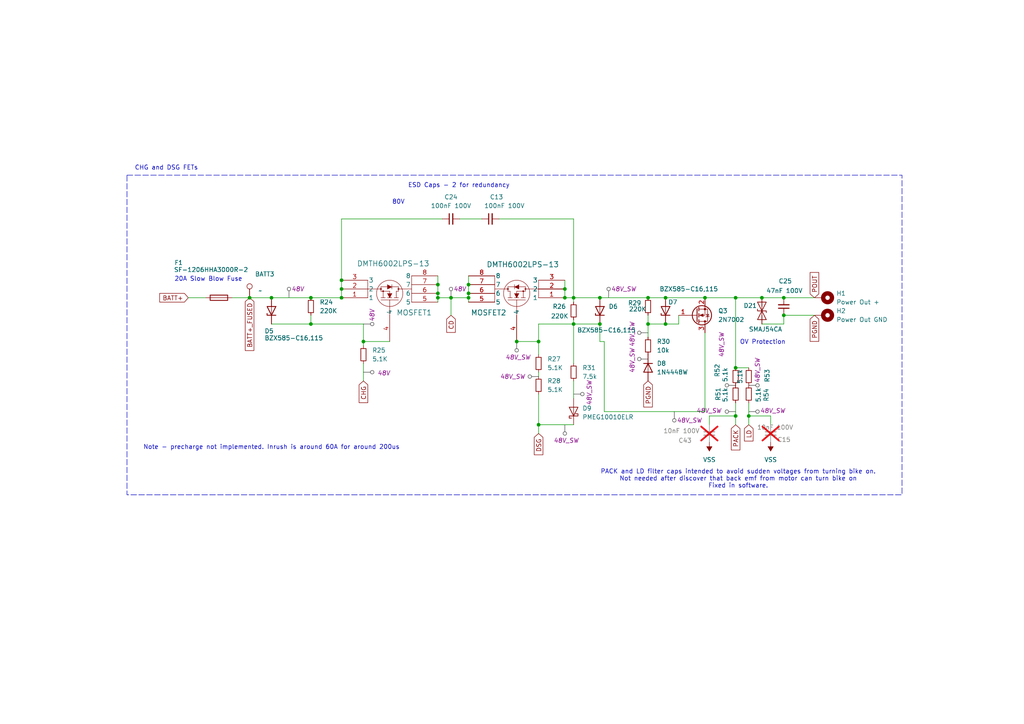
<source format=kicad_sch>
(kicad_sch (version 20231120) (generator "eeschema") (generator_version "8.0")
  (paper "A4")
  (title_block (title "Faraday Rescue BMS") (date "2025-01-18") (rev "2.0"))
  (lib_symbols
    (symbol "80V 100A FET:DMTH6002LPS-13" (pin_names (offset 0.254))
      (property "Reference" "MOSFET1" (at 9.398 13.97 0))
      (property "Value" "DMTH6002LPS-13" (at 4.318 11.176 0))
      (symbol "DMTH6002LPS-13_0_1"
        (polyline (pts (xy 13.97 -3.81) (xy 18.415 -3.81)) (stroke (width 0.127)))
        (polyline (pts (xy 18.415 -6.35) (xy 18.415 -1.27)) (stroke (width 0.127)))
        (polyline (pts (xy 19.05 -10.16) (xy 24.13 -10.16)) (stroke (width 0.127)))
        (polyline (pts (xy 19.05 -6.35) (xy 19.05 -5.08)) (stroke (width 0.127)))
        (polyline (pts (xy 19.05 -5.715) (xy 20.955 -5.715)) (stroke (width 0.127)))
        (polyline (pts (xy 19.05 -4.445) (xy 19.05 -3.175)) (stroke (width 0.127)))
        (polyline (pts (xy 19.05 -2.54) (xy 19.05 -1.27)) (stroke (width 0.127)))
        (polyline (pts (xy 19.05 -1.905) (xy 20.955 -1.905)) (stroke (width 0.127)))
        (polyline (pts (xy 20.32 -3.81) (xy 20.955 -3.81)) (stroke (width 0.127)))
        (polyline (pts (xy 20.955 -6.35) (xy 20.955 -3.81)) (stroke (width 0.127)))
        (polyline (pts (xy 20.955 -6.35) (xy 22.225 -6.35)) (stroke (width 0.127)))
        (polyline (pts (xy 20.955 -1.905) (xy 20.955 -1.27)) (stroke (width 0.127)))
        (polyline (pts (xy 20.955 -1.27) (xy 22.225 -1.27)) (stroke (width 0.127)))
        (polyline (pts (xy 21.59 -10.16) (xy 21.59 -6.35)) (stroke (width 0.127)))
        (polyline (pts (xy 21.59 2.54) (xy 21.59 -1.27)) (stroke (width 0.127)))
        (polyline (pts (xy 22.225 -6.35) (xy 22.225 -4.445)) (stroke (width 0.127)))
        (polyline (pts (xy 22.225 -3.175) (xy 22.225 -1.27)) (stroke (width 0.127)))
        (polyline (pts (xy 22.86 -3.175) (xy 21.59 -3.175)) (stroke (width 0.127)))
        (polyline (pts (xy 25.4 2.54) (xy 17.78 2.54)) (stroke (width 0.127)))
        (polyline (pts (xy 20.32 -3.175) (xy 19.05 -3.81) (xy 20.32 -4.445)) (fill (type outline)))
        (polyline (pts (xy 22.86 -4.445) (xy 21.59 -4.445) (xy 22.225 -3.175)) (fill (type outline)))
        (circle (center 20.32 -3.81) (radius 3.81) (stroke (width 0.127)))
        (circle (center 20.955 -5.715) (radius 0.127) (stroke (width 0.254)))
        (circle (center 21.59 -6.35) (radius 0.127) (stroke (width 0.254)))
        (circle (center 21.59 -1.27) (radius 0.127) (stroke (width 0.254)))
        (pin unspecified line (at 19.05 -17.78 90) (length 7.62) (name "1") (number "1"))
        (pin unspecified line (at 21.59 -17.78 90) (length 7.62) (name "2") (number "2"))
        (pin unspecified line (at 24.13 -17.78 90) (length 7.62) (name "3") (number "3"))
        (pin unspecified line (at 6.35 -3.81 0) (length 7.62) (name "4") (number "4"))
        (pin unspecified line (at 17.78 10.16 270) (length 7.62) (name "5") (number "5"))
        (pin unspecified line (at 20.32 10.16 270) (length 7.62) (name "6") (number "6"))
        (pin unspecified line (at 22.86 10.16 270) (length 7.62) (name "7") (number "7"))
        (pin unspecified line (at 25.4 10.16 270) (length 7.62) (name "8") (number "8"))
      )
    )
    (symbol "Connector:TestPoint" (pin_numbers hide) (pin_names (offset 0.762) hide)
      (property "Reference" "TP" (at 0 6.858 0))
      (property "Value" "TestPoint" (at 0 5.08 0))
      (symbol "TestPoint_0_1"
        (circle (center 0 3.302) (radius 0.762))
      )
      (symbol "TestPoint_1_1"
        (pin passive line (at 0 0 90) (length 2.54) (name "1") (number "1"))
      )
    )
    (symbol "Diode:1N4448W" (pin_numbers hide) (pin_names hide)
      (property "Reference" "D" (at 0 2.54 0))
      (property "Value" "1N4448W" (at 0 -2.54 0))
      (symbol "1N4448W_0_1"
        (polyline (pts (xy -1.27 1.27) (xy -1.27 -1.27)) (stroke (width 0.254)))
        (polyline (pts (xy 1.27 0) (xy -1.27 0)))
        (polyline (pts (xy 1.27 1.27) (xy 1.27 -1.27) (xy -1.27 0) (xy 1.27 1.27)) (stroke (width 0.254)))
      )
      (symbol "1N4448W_1_1"
        (pin passive line (at -3.81 0 0) (length 2.54) (name "K") (number "1"))
        (pin passive line (at 3.81 0 180) (length 2.54) (name "A") (number "2"))
      )
    )
    (symbol "Diode:DZ2S160X0L" (pin_numbers hide) (pin_names hide)
      (property "Reference" "D" (at 0 2.54 0))
      (property "Value" "DZ2S160X0L" (at 0 -2.54 0))
      (symbol "DZ2S160X0L_0_1"
        (polyline (pts (xy 1.27 0) (xy -1.27 0)))
        (polyline (pts (xy -1.27 -1.27) (xy -1.27 1.27) (xy -0.762 1.27)) (stroke (width 0.254)))
        (polyline (pts (xy 1.27 -1.27) (xy 1.27 1.27) (xy -1.27 0) (xy 1.27 -1.27)) (stroke (width 0.254)))
      )
      (symbol "DZ2S160X0L_1_1"
        (pin passive line (at -3.81 0 0) (length 2.54) (name "K") (number "1"))
        (pin passive line (at 3.81 0 180) (length 2.54) (name "A") (number "2"))
      )
    )
    (symbol "Diode:PMEG10010ELR" (pin_numbers hide) (pin_names hide)
      (property "Reference" "D" (at 0 2.54 0))
      (property "Value" "PMEG10010ELR" (at 0 -2.54 0))
      (symbol "PMEG10010ELR_0_1"
        (polyline (pts (xy 1.27 0) (xy -1.27 0)))
        (polyline (pts (xy 1.27 1.27) (xy 1.27 -1.27) (xy -1.27 0) (xy 1.27 1.27)) (stroke (width 0.2032)))
        (polyline (pts (xy -1.905 0.635) (xy -1.905 1.27) (xy -1.27 1.27) (xy -1.27 -1.27) (xy -0.635 -1.27) (xy -0.635 -0.635)) (stroke (width 0.2032)))
      )
      (symbol "PMEG10010ELR_1_1"
        (pin passive line (at -3.81 0 0) (length 2.54) (name "K") (number "1"))
        (pin passive line (at 3.81 0 180) (length 2.54) (name "A") (number "2"))
      )
    )
    (symbol "Diode:SMAJ54CA" (pin_numbers hide) (pin_names (offset 1.016) hide)
      (property "Reference" "D" (at 0 2.54 0))
      (property "Value" "SMAJ54CA" (at 0 -2.54 0))
      (symbol "SMAJ54CA_0_1"
        (polyline (pts (xy 1.27 0) (xy -1.27 0)))
        (polyline (pts (xy -2.54 -1.27) (xy 0 0) (xy -2.54 1.27) (xy -2.54 -1.27)) (stroke (width 0.2032)))
        (polyline (pts (xy 0.508 1.27) (xy 0 1.27) (xy 0 -1.27) (xy -0.508 -1.27)) (stroke (width 0.2032)))
        (polyline (pts (xy 2.54 1.27) (xy 2.54 -1.27) (xy 0 0) (xy 2.54 1.27)) (stroke (width 0.2032)))
      )
      (symbol "SMAJ54CA_1_1"
        (pin passive line (at -3.81 0 0) (length 2.54) (name "A1") (number "1"))
        (pin passive line (at 3.81 0 180) (length 2.54) (name "A2") (number "2"))
      )
    )
    (symbol "Mechanical:MountingHole_Pad" (pin_numbers hide) (pin_names (offset 1.016) hide) (exclude_from_sim yes) (in_bom no)
      (property "Reference" "H" (at 0 6.35 0))
      (property "Value" "MountingHole_Pad" (at 0 4.445 0))
      (symbol "MountingHole_Pad_0_1"
        (circle (center 0 1.27) (radius 1.27) (stroke (width 1.27)))
      )
      (symbol "MountingHole_Pad_1_1"
        (pin input line (at 0 -2.54 90) (length 2.54) (name "1") (number "1"))
      )
    )
    (symbol "Transistor_FET:2N7002" (pin_names hide)
      (property "Reference" "Q" (at 5.08 1.905 0))
      (property "Value" "2N7002" (at 5.08 0 0))
      (symbol "2N7002_0_1"
        (polyline (pts (xy 0.254 0) (xy -2.54 0)))
        (polyline (pts (xy 0.254 1.905) (xy 0.254 -1.905)) (stroke (width 0.254)))
        (polyline (pts (xy 0.762 -1.27) (xy 0.762 -2.286)) (stroke (width 0.254)))
        (polyline (pts (xy 0.762 0.508) (xy 0.762 -0.508)) (stroke (width 0.254)))
        (polyline (pts (xy 0.762 2.286) (xy 0.762 1.27)) (stroke (width 0.254)))
        (polyline (pts (xy 2.54 2.54) (xy 2.54 1.778)))
        (polyline (pts (xy 2.54 -2.54) (xy 2.54 0) (xy 0.762 0)))
        (polyline (pts (xy 0.762 -1.778) (xy 3.302 -1.778) (xy 3.302 1.778) (xy 0.762 1.778)))
        (polyline (pts (xy 1.016 0) (xy 2.032 0.381) (xy 2.032 -0.381) (xy 1.016 0)) (fill (type outline)))
        (polyline (pts (xy 2.794 0.508) (xy 2.921 0.381) (xy 3.683 0.381) (xy 3.81 0.254)))
        (polyline (pts (xy 3.302 0.381) (xy 2.921 -0.254) (xy 3.683 -0.254) (xy 3.302 0.381)))
        (circle (center 1.651 0) (radius 2.794) (stroke (width 0.254)))
        (circle (center 2.54 -1.778) (radius 0.254) (fill (type outline)))
        (circle (center 2.54 1.778) (radius 0.254) (fill (type outline)))
      )
      (symbol "2N7002_1_1"
        (pin input line (at -5.08 0 0) (length 2.54) (name "G") (number "1"))
        (pin passive line (at 2.54 -5.08 90) (length 2.54) (name "S") (number "2"))
        (pin passive line (at 2.54 5.08 270) (length 2.54) (name "D") (number "3"))
      )
    )
    (symbol "custom:C_Small" (pin_numbers hide) (pin_names (offset 0.254) hide)
      (property "Reference" "C" (at 0.254 1.778 0))
      (property "Value" "C_Small" (at 0.254 -2.032 0))
      (symbol "C_Small_0_1"
        (polyline (pts (xy -1.524 -0.508) (xy 1.524 -0.508)) (stroke (width 0.3302)))
        (polyline (pts (xy -1.524 0.508) (xy 1.524 0.508)) (stroke (width 0.3048)))
      )
      (symbol "C_Small_1_1"
        (pin passive line (at 0 2.54 270) (length 2.032) (name "~") (number "1"))
        (pin passive line (at 0 -2.54 90) (length 2.032) (name "~") (number "2"))
      )
    )
    (symbol "custom:Fuse" (pin_numbers hide) (pin_names (offset 0))
      (property "Reference" "F" (at 2.032 0 90))
      (property "Value" "Fuse" (at -1.905 0 90))
      (symbol "Fuse_0_1"
        (rectangle (start -0.762 -2.54) (end 0.762 2.54) (stroke (width 0.254)))
        (polyline (pts (xy 0 2.54) (xy 0 -2.54)))
      )
      (symbol "Fuse_1_1"
        (pin passive line (at 0 3.81 270) (length 1.27) (name "~") (number "1"))
        (pin passive line (at 0 -3.81 90) (length 1.27) (name "~") (number "2"))
      )
    )
    (symbol "custom:R_Small" (pin_numbers hide) (pin_names (offset 0.254) hide)
      (property "Reference" "R" (at 0.762 0.508 0))
      (property "Value" "R_Small" (at 0.762 -1.016 0))
      (symbol "R_Small_0_1"
        (rectangle (start -0.762 1.778) (end 0.762 -1.778) (stroke (width 0.2032)))
      )
      (symbol "R_Small_1_1"
        (pin passive line (at 0 2.54 270) (length 0.762) (name "~") (number "1"))
        (pin passive line (at 0 -2.54 90) (length 0.762) (name "~") (number "2"))
      )
    )
    (symbol "power:VSS" (power) (pin_numbers hide) (pin_names (offset 0) hide)
      (property "Value" "VSS" (at 0 3.556 0))
      (symbol "VSS_0_1"
        (polyline (pts (xy 0 0) (xy 0 2.54)))
        (polyline (pts (xy 0.762 1.27) (xy -0.762 1.27) (xy 0 2.54) (xy 0.762 1.27)) (fill (type outline)))
      )
      (symbol "VSS_1_1"
        (pin power_in line (at 0 0 90) (length 0) (name "~") (number "1"))
      )
    )
  )
  (junction (at 227.33 91.44))
  (junction (at 90.17 86.36))
  (junction (at 99.06 86.36))
  (junction (at 135.89 86.36))
  (junction (at 193.04 93.98))
  (junction (at 173.99 93.98))
  (junction (at 173.99 86.36))
  (junction (at 99.06 81.28))
  (junction (at 135.89 85.09))
  (junction (at 163.83 86.36))
  (junction (at 78.74 86.36))
  (junction (at 99.06 83.82))
  (junction (at 220.98 86.36))
  (junction (at 204.47 86.36))
  (junction (at 156.21 123.19))
  (junction (at 193.04 86.36))
  (junction (at 163.83 83.82))
  (junction (at 156.21 99.06))
  (junction (at 217.17 120.65))
  (junction (at 127 85.09))
  (junction (at 127 86.36))
  (junction (at 127 82.55))
  (junction (at 187.96 93.98))
  (junction (at 149.86 99.06))
  (junction (at 213.36 86.36))
  (junction (at 90.17 93.98))
  (junction (at 72.39 86.36))
  (junction (at 166.37 86.36))
  (junction (at 166.37 93.98))
  (junction (at 213.36 120.65))
  (junction (at 130.81 86.36))
  (junction (at 105.41 99.06))
  (junction (at 213.36 106.68))
  (junction (at 187.96 86.36))
  (junction (at 135.89 82.55))
  (junction (at 227.33 86.36))
  (wire (pts (xy 67.31 86.36) (xy 72.39 86.36)))
  (wire (pts (xy 99.06 81.28) (xy 99.06 83.82)))
  (wire (pts (xy 187.96 93.98) (xy 193.04 93.98)))
  (wire (pts (xy 130.81 86.36) (xy 135.89 86.36)))
  (wire (pts (xy 135.89 86.36) (xy 135.89 87.63)))
  (wire (pts (xy 204.47 119.38) (xy 175.26 119.38)))
  (wire (pts (xy 227.33 91.44) (xy 227.33 93.98)))
  (wire (pts (xy 163.83 81.28) (xy 163.83 83.82)))
  (wire (pts (xy 163.83 86.36) (xy 166.37 86.36)))
  (wire (pts (xy 127 85.09) (xy 127 86.36)))
  (wire (pts (xy 156.21 123.19) (xy 166.37 123.19)))
  (wire (pts (xy 217.17 120.65) (xy 217.17 123.19)))
  (wire (pts (xy 99.06 83.82) (xy 99.06 86.36)))
  (wire (pts (xy 72.39 86.36) (xy 78.74 86.36)))
  (wire (pts (xy 99.06 63.5) (xy 99.06 81.28)))
  (wire (pts (xy 217.17 120.65) (xy 223.52 120.65)))
  (wire (pts (xy 54.61 86.36) (xy 59.69 86.36)))
  (wire (pts (xy 105.41 93.98) (xy 105.41 99.06)))
  (wire (pts (xy 187.96 86.36) (xy 193.04 86.36)))
  (wire (pts (xy 156.21 99.06) (xy 156.21 102.87)))
  (wire (pts (xy 213.36 116.84) (xy 213.36 120.65)))
  (wire (pts (xy 213.36 120.65) (xy 213.36 123.19)))
  (wire (pts (xy 135.89 82.55) (xy 135.89 85.09)))
  (wire (pts (xy 217.17 116.84) (xy 217.17 120.65)))
  (wire (pts (xy 156.21 114.3) (xy 156.21 123.19)))
  (wire (pts (xy 196.85 91.44) (xy 196.85 93.98)))
  (wire (pts (xy 166.37 63.5) (xy 166.37 86.36)))
  (wire (pts (xy 130.81 91.44) (xy 130.81 86.36)))
  (wire (pts (xy 78.74 86.36) (xy 90.17 86.36)))
  (wire (pts (xy 149.86 99.06) (xy 149.86 93.98)))
  (wire (pts (xy 175.26 119.38) (xy 175.26 99.06)))
  (wire (pts (xy 144.78 63.5) (xy 166.37 63.5)))
  (wire (pts (xy 187.96 93.98) (xy 187.96 97.79)))
  (wire (pts (xy 90.17 91.44) (xy 90.17 93.98)))
  (wire (pts (xy 113.03 99.06) (xy 105.41 99.06)))
  (wire (pts (xy 90.17 86.36) (xy 99.06 86.36)))
  (wire (pts (xy 173.99 86.36) (xy 187.96 86.36)))
  (wire (pts (xy 187.96 91.44) (xy 187.96 93.98)))
  (wire (pts (xy 90.17 93.98) (xy 105.41 93.98)))
  (wire (pts (xy 213.36 106.68) (xy 217.17 106.68)))
  (wire (pts (xy 173.99 99.06) (xy 175.26 99.06)))
  (wire (pts (xy 133.35 63.5) (xy 139.7 63.5)))
  (wire (pts (xy 166.37 86.36) (xy 173.99 86.36)))
  (wire (pts (xy 105.41 105.41) (xy 105.41 110.49)))
  (wire (pts (xy 213.36 86.36) (xy 220.98 86.36)))
  (wire (pts (xy 166.37 92.71) (xy 166.37 93.98)))
  (wire (pts (xy 156.21 107.95) (xy 156.21 109.22)))
  (wire (pts (xy 205.74 120.65) (xy 205.74 123.19)))
  (wire (pts (xy 193.04 86.36) (xy 204.47 86.36)))
  (wire (pts (xy 204.47 96.52) (xy 204.47 119.38)))
  (wire (pts (xy 166.37 86.36) (xy 166.37 87.63)))
  (wire (pts (xy 127 86.36) (xy 130.81 86.36)))
  (wire (pts (xy 173.99 93.98) (xy 173.99 99.06)))
  (wire (pts (xy 220.98 93.98) (xy 227.33 93.98)))
  (wire (pts (xy 213.36 86.36) (xy 213.36 106.68)))
  (wire (pts (xy 156.21 123.19) (xy 156.21 125.73)))
  (wire (pts (xy 135.89 80.01) (xy 135.89 82.55)))
  (wire (pts (xy 135.89 85.09) (xy 135.89 86.36)))
  (wire (pts (xy 193.04 93.98) (xy 196.85 93.98)))
  (wire (pts (xy 166.37 93.98) (xy 166.37 105.41)))
  (wire (pts (xy 227.33 91.44) (xy 236.22 91.44)))
  (wire (pts (xy 127 80.01) (xy 127 82.55)))
  (wire (pts (xy 163.83 83.82) (xy 163.83 86.36)))
  (wire (pts (xy 156.21 93.98) (xy 166.37 93.98)))
  (wire (pts (xy 78.74 93.98) (xy 90.17 93.98)))
  (wire (pts (xy 128.27 63.5) (xy 99.06 63.5)))
  (wire (pts (xy 156.21 93.98) (xy 156.21 99.06)))
  (wire (pts (xy 220.98 86.36) (xy 227.33 86.36)))
  (wire (pts (xy 204.47 86.36) (xy 213.36 86.36)))
  (wire (pts (xy 105.41 99.06) (xy 105.41 100.33)))
  (wire (pts (xy 166.37 110.49) (xy 166.37 115.57)))
  (wire (pts (xy 149.86 99.06) (xy 156.21 99.06)))
  (wire (pts (xy 127 86.36) (xy 127 87.63)))
  (wire (pts (xy 227.33 86.36) (xy 236.22 86.36)))
  (wire (pts (xy 223.52 120.65) (xy 223.52 123.19)))
  (wire (pts (xy 127 82.55) (xy 127 85.09)))
  (wire (pts (xy 166.37 93.98) (xy 173.99 93.98)))
  (wire (pts (xy 213.36 120.65) (xy 205.74 120.65)))
  (rectangle (start 36.83 50.8) (end 261.62 143.51) (stroke (width 0) (type dash)))
  (text "ESD Caps - 2 for redundancy\n" (at 133.096 53.848 0) (effects (font (size 1.27 1.27))))
  (text "20A Slow Blow Fuse" (at 60.452 81.026 0) (effects (font (size 1.27 1.27))))
  (text "Note - precharge not implemented. Inrush is around 60A for around 200us\n" (at 78.74 129.794 0) (effects (font (size 1.27 1.27))))
  (text "OV Protection" (at 221.234 99.314 0) (effects (font (size 1.27 1.27))))
  (text "CHG and DSG FETs" (at 48.26 48.768 0) (effects (font (size 1.27 1.27))))
  (text "80V\n" (at 115.57 58.674 0) (effects (font (size 1.27 1.27))))
  (text "PACK and LD filter caps intended to avoid sudden voltages from turning bike on.\nNot needed after discover that back emf from motor can turn bike on\nFixed in software." (at 214.122 138.938 0) (effects (font (size 1.27 1.27))))
  (global_label "PACK" (shape input) (at 213.36 123.19 270) (property "Intersheetrefs" "${INTERSHEET_REFS}" (effects (hide yes))))
  (global_label "CHG" (shape input) (at 105.41 110.49 270) (property "Intersheetrefs" "${INTERSHEET_REFS}" (effects (hide yes))))
  (global_label "BATT+_FUSED" (shape input) (at 72.39 86.36 270) (property "Intersheetrefs" "${INTERSHEET_REFS}" (effects (hide yes))))
  (global_label "PGND" (shape input) (at 187.96 110.49 270) (property "Intersheetrefs" "${INTERSHEET_REFS}" (effects (hide yes))))
  (global_label "DSG" (shape input) (at 156.21 125.73 270) (property "Intersheetrefs" "${INTERSHEET_REFS}" (effects (hide yes))))
  (global_label "PGND" (shape input) (at 236.22 91.44 270) (property "Intersheetrefs" "${INTERSHEET_REFS}" (effects (hide yes))))
  (global_label "POUT" (shape input) (at 236.22 86.36 90) (property "Intersheetrefs" "${INTERSHEET_REFS}" (effects (hide yes))))
  (global_label "LD" (shape input) (at 217.17 123.19 270) (property "Intersheetrefs" "${INTERSHEET_REFS}" (effects (hide yes))))
  (global_label "BATT+" (shape input) (at 54.61 86.36 180) (property "Intersheetrefs" "${INTERSHEET_REFS}" (effects (hide yes))))
  (global_label "CD" (shape input) (at 130.81 91.44 270) (property "Intersheetrefs" "${INTERSHEET_REFS}" (effects (hide yes))))
  (netclass_flag "" (length 2.54) (shape round) (at 187.96 104.14 90) (property "Netclass" "48V_SW" (at 183.388 108.204 90) (effects (font (italic yes)) (justify left))))
  (netclass_flag "" (length 2.54) (shape round) (at 105.41 93.98 270) (property "Netclass" "48V" (at 107.95 93.2815 90) (effects (font (italic yes)) (justify left))))
  (netclass_flag "" (length 2.54) (shape round) (at 213.36 119.38 90) (property "Netclass" "48V_SW" (at 209.296 119.126 0) (effects (font (italic yes)) (justify right))))
  (netclass_flag "" (length 2.54) (shape round) (at 130.81 86.36 0) (property "Netclass" "48V" (at 131.5085 83.82 0) (effects (font (italic yes)) (justify left))))
  (netclass_flag "" (length 2.54) (shape round) (at 195.58 119.38 180) (property "Netclass" "48V_SW" (at 196.2785 121.92 0) (effects (font (italic yes)) (justify left))))
  (netclass_flag "" (length 2.54) (shape round) (at 217.17 119.38 270) (property "Netclass" "48V_SW" (at 220.472 119.126 0) (effects (font (italic yes)) (justify left))))
  (netclass_flag "" (length 2.54) (shape round) (at 166.37 114.3 270) (property "Netclass" "48V_SW" (at 170.942 110.236 90) (effects (font (italic yes)) (justify right))))
  (netclass_flag "" (length 2.54) (shape round) (at 163.83 123.19 180) (property "Netclass" "48V_SW" (at 167.894 127.762 0) (effects (font (italic yes)) (justify right))))
  (netclass_flag "" (length 2.54) (shape round) (at 149.86 99.06 180) (property "Netclass" "48V_SW" (at 153.924 103.632 0) (effects (font (italic yes)) (justify right))))
  (netclass_flag "" (length 2.54) (shape round) (at 217.17 111.76 270) (property "Netclass" "48V_SW" (at 219.71 111.0615 90) (effects (font (italic yes)) (justify left))))
  (netclass_flag "" (length 2.54) (shape round) (at 176.53 86.36 0) (property "Netclass" "48V_SW" (at 177.2285 83.82 0) (effects (font (italic yes)) (justify left))))
  (netclass_flag "" (length 2.54) (shape round) (at 83.82 86.36 0) (property "Netclass" "48V" (at 84.5185 83.82 0) (effects (font (italic yes)) (justify left))))
  (netclass_flag "" (length 2.54) (shape round) (at 105.41 107.95 270) (property "Netclass" "48V" (at 109.474 108.204 0) (effects (font (italic yes)) (justify left))))
  (netclass_flag "" (length 2.54) (shape round) (at 213.36 111.76 90) (property "Netclass" "48V_SW" (at 209.296 103.632 90) (effects (font (italic yes)) (justify left))))
  (netclass_flag "" (length 2.54) (shape round) (at 156.21 109.22 90) (property "Netclass" "48V_SW" (at 145.034 109.22 0) (effects (font (italic yes)) (justify left))))
  (netclass_flag "" (length 2.54) (shape round) (at 187.96 96.52 90) (property "Netclass" "48V_SW" (at 183.388 100.584 90) (effects (font (italic yes)) (justify left))))
  (symbol (lib_id "custom:C_Small") (at 130.81 63.5 90) (unit 1)
    (property "Reference" "C24" (at 130.8163 57.15 90))
    (property "Value" "100nF 100V" (at 130.8163 59.69 90))
    (property "Footprint" "Capacitor_SMD:C_0603_1608Metric" (effects (hide yes)))
    (property "Description" "Unpolarized capacitor, small symbol" (effects (hide yes)))
    (property "Part Number" "CL10B104KC8NNNC" (effects (hide yes)))
  )
  (symbol (lib_id "Diode:DZ2S160X0L") (at 78.74 90.17 90) (unit 1)
    (property "Reference" "D5" (at 76.708 96.012 90) (effects (justify right)))
    (property "Value" "BZX585-C16,115" (at 76.708 98.044 90) (effects (justify right)))
    (property "Footprint" "Diode_SMD:D_SOD-523" (effects (hide yes)))
    (property "Datasheet" "https://assets.nexperia.com/documents/data-sheet/BZX585_SER.pdf" (effects (hide yes)))
    (property "Description" "150mW Silicon Planar Zener Diode, 16V, SOD-523" (effects (hide yes)))
    (property "Part Number" "BZX585-C16,115" (effects (hide yes)))
  )
  (symbol (lib_id "custom:C_Small") (at 205.74 125.73 0) (unit 1) (in_bom no) (dnp yes)
    (property "Reference" "C43" (at 200.66 127.762 0) (effects (justify right)))
    (property "Value" "10nF 100V" (at 202.946 124.968 0) (effects (justify right)))
    (property "Footprint" "Capacitor_SMD:C_0805_2012Metric" (effects (hide yes)))
    (property "Description" "Unpolarized capacitor, small symbol" (effects (hide yes)))
    (property "Part Number" "CGA4J2X7R2A473K125AA" (effects (hide yes)))
  )
  (symbol (lib_id "custom:C_Small") (at 142.24 63.5 90) (unit 1)
    (property "Reference" "C13" (at 144.018 57.15 90))
    (property "Value" "100nF 100V" (at 146.304 59.69 90))
    (property "Footprint" "Capacitor_SMD:C_0603_1608Metric" (effects (hide yes)))
    (property "Description" "Unpolarized capacitor, small symbol" (effects (hide yes)))
    (property "Part Number" "CL10B104KC8NNNC" (effects (hide yes)))
  )
  (symbol (lib_id "Mechanical:MountingHole_Pad") (at 238.76 86.36 270) (unit 1) (exclude_from_sim yes) (in_bom no)
    (property "Reference" "H1" (at 242.57 85.0899 90) (effects (justify left)))
    (property "Value" "Power Out +" (at 242.57 87.6299 90) (effects (justify left)))
    (property "Footprint" "MountingHole:MountingHole_2.5mm_Pad_Via" (effects (hide yes)))
    (property "Description" "Mounting Hole with connection" (effects (hide yes)))
  )
  (symbol (lib_id "custom:R_Small") (at 166.37 90.17 180) (unit 1)
    (property "Reference" "R26" (at 160.274 88.9 0) (effects (justify right)))
    (property "Value" "220K" (at 159.766 91.694 0) (effects (justify right)))
    (property "Footprint" "Resistor_SMD:R_0402_1005Metric" (effects (hide yes)))
    (property "Description" "Resistor, small symbol" (effects (hide yes)))
    (property "Part Number" "RC0402FR-07220KL" (effects (hide yes)))
  )
  (symbol (lib_id "custom:Fuse") (at 63.5 86.36 90) (unit 1)
    (property "Reference" "F1" (at 51.816 76.2 90))
    (property "Value" "SF-1206HHA3000R-2" (at 61.214 78.232 90))
    (property "Footprint" "Resistor_SMD:R_1206_3216Metric" (effects (hide yes)))
    (property "Description" "Fuse" (effects (hide yes)))
    (property "Part Number" "  SF-1206HHA3000R-2" (effects (hide yes)))
  )
  (symbol (lib_id "custom:C_Small") (at 223.52 125.73 0) (unit 1) (in_bom no) (dnp yes)
    (property "Reference" "C15" (at 229.362 127.508 0) (effects (justify right)))
    (property "Value" "10nF 100V" (at 230.124 123.952 0) (effects (justify right)))
    (property "Footprint" "Capacitor_SMD:C_0805_2012Metric" (effects (hide yes)))
    (property "Description" "Unpolarized capacitor, small symbol" (effects (hide yes)))
    (property "Part Number" "CGA4J2X7R2A473K125AA" (effects (hide yes)))
  )
  (symbol (lib_id "Diode:1N4448W") (at 187.96 106.68 270) (unit 1)
    (property "Reference" "D8" (at 190.5 105.4099 90) (effects (justify left)))
    (property "Value" "1N4448W" (at 190.5 107.9499 90) (effects (justify left)))
    (property "Footprint" "Diode_SMD:D_SOD-123" (effects (hide yes)))
    (property "Datasheet" "https://www.vishay.com/docs/85722/1n4448w.pdf" (effects (hide yes)))
    (property "Description" "100V 0.15A High-speed standard diode, SOD-123" (effects (hide yes)))
    (property "Sim.Device" "D" (effects (hide yes)))
    (property "Sim.Pins" "1=K 2=A" (effects (hide yes)))
    (property "Part Number" "1N4448W" (effects (hide yes)))
  )
  (symbol (lib_id "custom:R_Small") (at 166.37 107.95 180) (unit 1)
    (property "Reference" "R31" (at 168.91 106.6799 0) (effects (justify right)))
    (property "Value" "7.5k" (at 168.91 109.2199 0) (effects (justify right)))
    (property "Footprint" "Resistor_SMD:R_0402_1005Metric" (effects (hide yes)))
    (property "Description" "Resistor, small symbol" (effects (hide yes)))
    (property "Part Number" "RC0402FR-077K5L" (effects (hide yes)))
  )
  (symbol (lib_id "custom:R_Small") (at 213.36 109.22 0) (unit 1)
    (property "Reference" "R52" (at 208.026 107.442 90))
    (property "Value" "5.1k" (at 210.312 108.712 90))
    (property "Footprint" "Resistor_SMD:R_0402_1005Metric" (effects (hide yes)))
    (property "Description" "Resistor, small symbol" (effects (hide yes)))
    (property "Part Number" "RC0402FR-075K1L" (effects (hide yes)))
  )
  (symbol (lib_id "custom:R_Small") (at 217.17 114.3 0) (unit 1)
    (property "Reference" "R54" (at 222.25 114.554 90))
    (property "Value" "5.1k" (at 219.964 114.554 90))
    (property "Footprint" "Resistor_SMD:R_0402_1005Metric" (effects (hide yes)))
    (property "Description" "Resistor, small symbol" (effects (hide yes)))
    (property "Part Number" "RC0402FR-075K1L" (effects (hide yes)))
  )
  (symbol (lib_id "custom:R_Small") (at 90.17 88.9 180) (unit 1)
    (property "Reference" "R24" (at 92.71 87.6299 0) (effects (justify right)))
    (property "Value" "220K" (at 92.71 90.1699 0) (effects (justify right)))
    (property "Footprint" "Resistor_SMD:R_0402_1005Metric" (effects (hide yes)))
    (property "Description" "Resistor, small symbol" (effects (hide yes)))
    (property "Part Number" "RC0402FR-07220KL" (effects (hide yes)))
  )
  (symbol (lib_id "Diode:SMAJ54CA") (at 220.98 90.17 90) (unit 1)
    (property "Reference" "D21" (at 215.646 88.646 90) (effects (justify right)))
    (property "Value" "SMAJ54CA" (at 217.17 95.504 90) (effects (justify right)))
    (property "Footprint" "Diode_SMD:D_SMA" (effects (hide yes)))
    (property "Datasheet" "https://www.littelfuse.com/media?resourcetype=datasheets&itemid=75e32973-b177-4ee3-a0ff-cedaf1abdb93&filename=smaj-datasheet" (effects (hide yes)))
    (property "Description" "400W bidirectional Transient Voltage Suppressor, 54.0Vr, SMA(DO-214AC)" (effects (hide yes)))
    (property "Part Number" "SMAJ54CA" (effects (hide yes)))
  )
  (symbol (lib_id "power:VSS") (at 205.74 128.27 180) (unit 1)
    (property "Reference" "#PWR014" (effects (hide yes)))
    (property "Value" "VSS" (at 205.74 133.35 0))
    (property "Description" "Power symbol creates a global label with name \"VSS\"" (effects (hide yes)))
  )
  (symbol (lib_id "custom:R_Small") (at 213.36 114.3 0) (unit 1)
    (property "Reference" "R51" (at 208.28 114.3 90))
    (property "Value" "5.1k" (at 210.312 114.554 90))
    (property "Footprint" "Resistor_SMD:R_0402_1005Metric" (effects (hide yes)))
    (property "Description" "Resistor, small symbol" (effects (hide yes)))
    (property "Part Number" "RC0402FR-075K1L" (effects (hide yes)))
  )
  (symbol (lib_id "custom:R_Small") (at 217.17 109.22 0) (unit 1)
    (property "Reference" "R53" (at 222.504 108.966 90))
    (property "Value" "5.1k" (at 214.63 109.22 90))
    (property "Footprint" "Resistor_SMD:R_0402_1005Metric" (effects (hide yes)))
    (property "Description" "Resistor, small symbol" (effects (hide yes)))
    (property "Part Number" "RC0402FR-075K1L" (effects (hide yes)))
  )
  (symbol (lib_id "Diode:DZ2S160X0L") (at 173.99 90.17 90) (unit 1)
    (property "Reference" "D6" (at 176.53 88.8999 90) (effects (justify right)))
    (property "Value" "BZX585-C16,115" (at 167.386 95.758 90) (effects (justify right)))
    (property "Footprint" "Diode_SMD:D_SOD-523" (effects (hide yes)))
    (property "Datasheet" "https://assets.nexperia.com/documents/data-sheet/BZX585_SER.pdf" (effects (hide yes)))
    (property "Description" "150mW Silicon Planar Zener Diode, 16V, SOD-523" (effects (hide yes)))
    (property "Part Number" "BZX585-C16,115" (effects (hide yes)))
  )
  (symbol (lib_id "Transistor_FET:2N7002") (at 201.93 91.44 0) (mirror x) (unit 1)
    (property "Reference" "Q3" (at 208.28 90.1699 0) (effects (justify left)))
    (property "Value" "2N7002" (at 208.28 92.7099 0) (effects (justify left)))
    (property "Footprint" "Package_TO_SOT_SMD:SOT-23" (effects (hide yes)))
    (property "Datasheet" "https://www.onsemi.com/pub/Collateral/NDS7002A-D.PDF" (effects (hide yes)))
    (property "Description" "0.115A Id, 60V Vds, N-Channel MOSFET, SOT-23" (effects (hide yes)))
    (property "Part Number" "2N7002" (effects (hide yes)))
  )
  (symbol (lib_id "custom:R_Small") (at 187.96 100.33 180) (unit 1)
    (property "Reference" "R30" (at 190.5 99.0599 0) (effects (justify right)))
    (property "Value" "10k" (at 190.5 101.5999 0) (effects (justify right)))
    (property "Footprint" "Resistor_SMD:R_0402_1005Metric" (effects (hide yes)))
    (property "Description" "Resistor, small symbol" (effects (hide yes)))
    (property "Part Number" "RC0402JR-0710KL" (effects (hide yes)))
  )
  (symbol (lib_id "80V 100A FET:DMTH6002LPS-13") (at 146.05 105.41 90) (unit 1)
    (property "Reference" "MOSFET2" (at 141.732 90.678 90) (effects (font (size 1.524 1.524))))
    (property "Value" "DMTH6002LPS-13" (at 151.638 76.708 90) (effects (font (size 1.524 1.524))))
    (property "Footprint" "pcb_battery:POWERDI5060-8_K_DIO" (effects (hide yes)))
    (property "Datasheet" "DMTH6002LPS-13" (effects (hide yes)))
    (property "Part Number" "DMTH6002LPS-13" (effects (hide yes)))
  )
  (symbol (lib_id "80V 100A FET:DMTH6002LPS-13") (at 116.84 105.41 270) (mirror x) (unit 1)
    (property "Reference" "MOSFET1" (at 120.142 90.678 90) (effects (font (size 1.524 1.524))))
    (property "Value" "DMTH6002LPS-13" (at 114.046 76.454 90) (effects (font (size 1.524 1.524))))
    (property "Footprint" "pcb_battery:POWERDI5060-8_K_DIO" (effects (hide yes)))
    (property "Datasheet" "DMTH6002LPS-13" (effects (hide yes)))
    (property "Part Number" "DMTH6002LPS-13" (effects (hide yes)))
  )
  (symbol (lib_id "power:VSS") (at 223.52 128.27 180) (unit 1)
    (property "Reference" "#PWR09" (effects (hide yes)))
    (property "Value" "VSS" (at 223.52 133.35 0))
    (property "Description" "Power symbol creates a global label with name \"VSS\"" (effects (hide yes)))
  )
  (symbol (lib_id "custom:R_Small") (at 156.21 105.41 180) (unit 1)
    (property "Reference" "R27" (at 158.75 104.1399 0) (effects (justify right)))
    (property "Value" "5.1K" (at 158.75 106.6799 0) (effects (justify right)))
    (property "Footprint" "Resistor_SMD:R_0402_1005Metric" (effects (hide yes)))
    (property "Description" "Resistor, small symbol" (effects (hide yes)))
    (property "Part Number" "RC0402FR-075K1L" (effects (hide yes)))
  )
  (symbol (lib_id "Mechanical:MountingHole_Pad") (at 238.76 91.44 270) (unit 1) (exclude_from_sim yes) (in_bom no)
    (property "Reference" "H2" (at 242.57 90.1699 90) (effects (justify left)))
    (property "Value" "Power Out GND" (at 242.57 92.7099 90) (effects (justify left)))
    (property "Footprint" "MountingHole:MountingHole_2.5mm_Pad_Via" (effects (hide yes)))
    (property "Description" "Mounting Hole with connection" (effects (hide yes)))
  )
  (symbol (lib_id "custom:R_Small") (at 105.41 102.87 180) (unit 1)
    (property "Reference" "R25" (at 107.95 101.5999 0) (effects (justify right)))
    (property "Value" "5.1K" (at 107.95 104.1399 0) (effects (justify right)))
    (property "Footprint" "Resistor_SMD:R_0402_1005Metric" (effects (hide yes)))
    (property "Description" "Resistor, small symbol" (effects (hide yes)))
    (property "Part Number" "RC0402FR-075K1L" (effects (hide yes)))
  )
  (symbol (lib_id "Diode:DZ2S160X0L") (at 193.04 90.17 90) (unit 1)
    (property "Reference" "D7" (at 193.802 87.63 90) (effects (justify right)))
    (property "Value" "BZX585-C16,115" (at 191.262 83.82 90) (effects (justify right)))
    (property "Footprint" "Diode_SMD:D_SOD-523" (effects (hide yes)))
    (property "Datasheet" "https://assets.nexperia.com/documents/data-sheet/BZX585_SER.pdf" (effects (hide yes)))
    (property "Description" "150mW Silicon Planar Zener Diode, 16V, SOD-523" (effects (hide yes)))
    (property "Part Number" "BZX585-C16,115" (effects (hide yes)))
  )
  (symbol (lib_id "custom:C_Small") (at 227.33 88.9 180) (unit 1)
    (property "Reference" "C25" (at 225.806 81.534 0) (effects (justify right)))
    (property "Value" "47nF 100V" (at 222.25 84.328 0) (effects (justify right)))
    (property "Footprint" "Capacitor_SMD:C_0805_2012Metric" (effects (hide yes)))
    (property "Description" "Unpolarized capacitor, small symbol" (effects (hide yes)))
    (property "Part Number" "CGA4J2X7R2A473K125AA" (effects (hide yes)))
  )
  (symbol (lib_id "Connector:TestPoint") (at 72.39 86.36 0) (unit 1)
    (property "Reference" "BATT3" (at 73.914 79.502 0) (effects (justify left)))
    (property "Value" "~" (at 74.93 84.328 0) (effects (justify left)))
    (property "Footprint" "TestPoint:TestPoint_Keystone_5019_Minature" (effects (hide yes)))
    (property "Description" "test point" (effects (hide yes)))
    (property "Part Number" "36-5019CT-ND" (effects (hide yes)))
  )
  (symbol (lib_id "Diode:PMEG10010ELR") (at 166.37 119.38 90) (unit 1)
    (property "Reference" "D9" (at 168.91 118.4274 90) (effects (justify right)))
    (property "Value" "PMEG10010ELR" (at 168.91 120.9674 90) (effects (justify right)))
    (property "Footprint" "Diode_SMD:Nexperia_CFP3_SOD-123W" (effects (hide yes)))
    (property "Datasheet" "https://assets.nexperia.com/documents/data-sheet/PMEG10010ELR.pdf" (effects (hide yes)))
    (property "Description" "100V, 1A low leakage current MEGA Schottky barrier rectifier, SOD-123W" (effects (hide yes)))
    (property "Part Number" "PMEG10010ELR-QX" (effects (hide yes)))
  )
  (symbol (lib_id "custom:R_Small") (at 156.21 111.76 180) (unit 1)
    (property "Reference" "R28" (at 158.75 110.4899 0) (effects (justify right)))
    (property "Value" "5.1K" (at 158.75 113.0299 0) (effects (justify right)))
    (property "Footprint" "Resistor_SMD:R_0402_1005Metric" (effects (hide yes)))
    (property "Description" "Resistor, small symbol" (effects (hide yes)))
    (property "Part Number" "RC0402FR-075K1L" (effects (hide yes)))
  )
  (symbol (lib_id "custom:R_Small") (at 187.96 88.9 180) (unit 1)
    (property "Reference" "R29" (at 182.118 87.884 0) (effects (justify right)))
    (property "Value" "220K" (at 182.372 89.662 0) (effects (justify right)))
    (property "Footprint" "Resistor_SMD:R_0402_1005Metric" (effects (hide yes)))
    (property "Description" "Resistor, small symbol" (effects (hide yes)))
    (property "Part Number" "RC0402FR-07220KL" (effects (hide yes)))
  )
)
</source>
